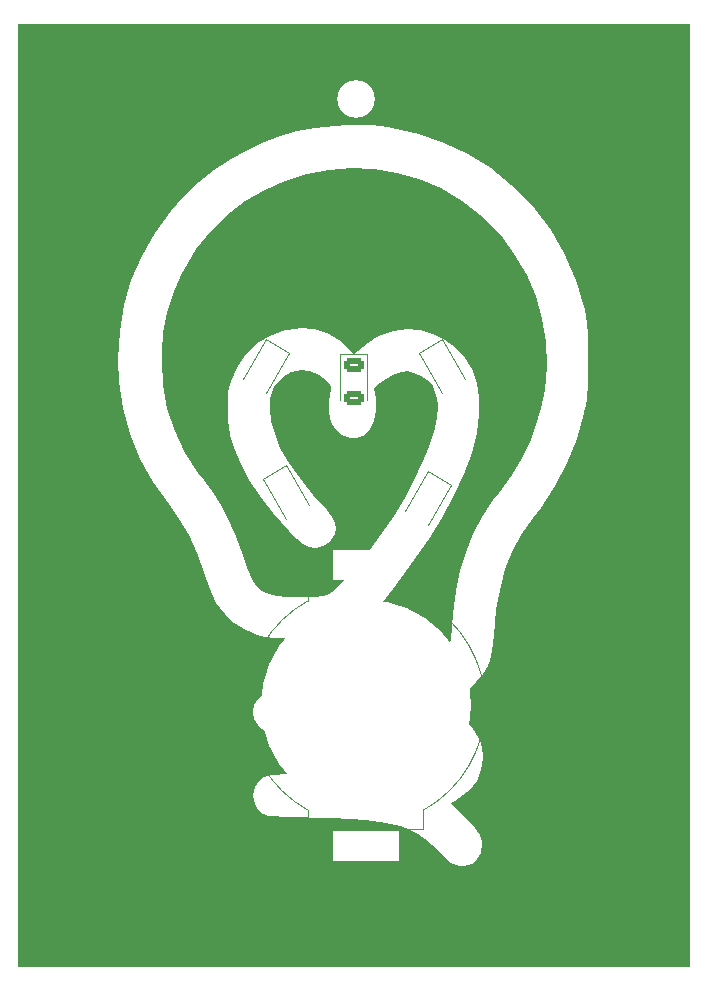
<source format=gbr>
%TF.GenerationSoftware,KiCad,Pcbnew,(6.0.8)*%
%TF.CreationDate,2022-10-01T01:52:07+02:00*%
%TF.ProjectId,ea_logobulb,65615f6c-6f67-46f6-9275-6c622e6b6963,rev?*%
%TF.SameCoordinates,Original*%
%TF.FileFunction,Legend,Bot*%
%TF.FilePolarity,Positive*%
%FSLAX46Y46*%
G04 Gerber Fmt 4.6, Leading zero omitted, Abs format (unit mm)*
G04 Created by KiCad (PCBNEW (6.0.8)) date 2022-10-01 01:52:07*
%MOMM*%
%LPD*%
G01*
G04 APERTURE LIST*
G04 Aperture macros list*
%AMRoundRect*
0 Rectangle with rounded corners*
0 $1 Rounding radius*
0 $2 $3 $4 $5 $6 $7 $8 $9 X,Y pos of 4 corners*
0 Add a 4 corners polygon primitive as box body*
4,1,4,$2,$3,$4,$5,$6,$7,$8,$9,$2,$3,0*
0 Add four circle primitives for the rounded corners*
1,1,$1+$1,$2,$3*
1,1,$1+$1,$4,$5*
1,1,$1+$1,$6,$7*
1,1,$1+$1,$8,$9*
0 Add four rect primitives between the rounded corners*
20,1,$1+$1,$2,$3,$4,$5,0*
20,1,$1+$1,$4,$5,$6,$7,0*
20,1,$1+$1,$6,$7,$8,$9,0*
20,1,$1+$1,$8,$9,$2,$3,0*%
G04 Aperture macros list end*
%ADD10C,0.300000*%
%ADD11C,0.120000*%
%ADD12R,5.560000X2.600000*%
%ADD13C,17.800000*%
%ADD14C,3.200000*%
%ADD15RoundRect,0.250000X-0.625000X0.375000X-0.625000X-0.375000X0.625000X-0.375000X0.625000X0.375000X0*%
%ADD16RoundRect,0.250000X-0.728766X0.012260X-0.353766X-0.637260X0.728766X-0.012260X0.353766X0.637260X0*%
%ADD17RoundRect,0.250000X-0.353766X0.637260X-0.728766X-0.012260X0.353766X-0.637260X0.728766X0.012260X0*%
G04 APERTURE END LIST*
D10*
%TO.C,G\u002A\u002A\u002A*%
X141042571Y-88138000D02*
X141187714Y-88065428D01*
X141405428Y-88065428D01*
X141623142Y-88138000D01*
X141768285Y-88283142D01*
X141840857Y-88428285D01*
X141913428Y-88718571D01*
X141913428Y-88936285D01*
X141840857Y-89226571D01*
X141768285Y-89371714D01*
X141623142Y-89516857D01*
X141405428Y-89589428D01*
X141260285Y-89589428D01*
X141042571Y-89516857D01*
X140970000Y-89444285D01*
X140970000Y-88936285D01*
X141260285Y-88936285D01*
X140099142Y-88065428D02*
X140099142Y-88428285D01*
X140462000Y-88283142D02*
X140099142Y-88428285D01*
X139736285Y-88283142D01*
X140316857Y-88718571D02*
X140099142Y-88428285D01*
X139881428Y-88718571D01*
X138938000Y-88065428D02*
X138938000Y-88428285D01*
X139300857Y-88283142D02*
X138938000Y-88428285D01*
X138575142Y-88283142D01*
X139155714Y-88718571D02*
X138938000Y-88428285D01*
X138720285Y-88718571D01*
X137776857Y-88065428D02*
X137776857Y-88428285D01*
X138139714Y-88283142D02*
X137776857Y-88428285D01*
X137414000Y-88283142D01*
X137994571Y-88718571D02*
X137776857Y-88428285D01*
X137559142Y-88718571D01*
D11*
%TO.C,REF\u002A\u002A*%
X145601000Y-117150000D02*
X145601000Y-115542910D01*
X135831000Y-117150000D02*
X135831000Y-115542910D01*
X135831000Y-96210000D02*
X135831000Y-97817090D01*
X143716000Y-117150000D02*
X145601000Y-117150000D01*
X137716000Y-117150000D02*
X135831000Y-117150000D01*
X145601000Y-96210000D02*
X145601000Y-97817090D01*
X137716000Y-96210000D02*
X135831000Y-96210000D01*
X143716000Y-96210000D02*
X145601000Y-96210000D01*
X135834832Y-97814979D02*
G75*
G03*
X135831000Y-115542910I4881167J-8865021D01*
G01*
X145601000Y-115542910D02*
G75*
G03*
X145601000Y-97817090I-4885000J8862910D01*
G01*
X138565000Y-80848000D02*
X138565000Y-76963000D01*
X138565000Y-76963000D02*
X140835000Y-76963000D01*
X140835000Y-76963000D02*
X140835000Y-80848000D01*
X133952439Y-86353632D02*
X135894939Y-89718141D01*
X131986561Y-87488632D02*
X133952439Y-86353632D01*
X133929061Y-90853141D02*
X131986561Y-87488632D01*
X130297061Y-79050141D02*
X132239561Y-75685632D01*
X132239561Y-75685632D02*
X134205439Y-76820632D01*
X134205439Y-76820632D02*
X132262939Y-80185141D01*
X147137061Y-80185141D02*
X145194561Y-76820632D01*
X145194561Y-76820632D02*
X147160439Y-75685632D01*
X147160439Y-75685632D02*
X149102939Y-79050141D01*
X147921439Y-87996632D02*
X145978939Y-91361141D01*
X144013061Y-90226141D02*
X145955561Y-86861632D01*
X145955561Y-86861632D02*
X147921439Y-87996632D01*
%TO.C,G\u002A\u002A\u002A*%
G36*
X111241361Y-128795288D02*
G01*
X111241361Y-77330367D01*
X119752356Y-77330367D01*
X119841246Y-79264811D01*
X120181000Y-81519821D01*
X120772174Y-83693656D01*
X121611747Y-85777605D01*
X122696697Y-87762959D01*
X124024000Y-89641007D01*
X124920588Y-90856403D01*
X125767515Y-92259722D01*
X126442477Y-93727654D01*
X126988066Y-95342121D01*
X127013229Y-95428437D01*
X127498909Y-96813201D01*
X128078894Y-97966865D01*
X128769150Y-98911519D01*
X129585646Y-99669253D01*
X130544347Y-100262157D01*
X130852545Y-100411319D01*
X131330723Y-100613253D01*
X131807903Y-100764569D01*
X132328516Y-100871379D01*
X132936997Y-100939790D01*
X133677779Y-100975913D01*
X134595297Y-100985857D01*
X135733983Y-100975733D01*
X136275726Y-100967625D01*
X137095308Y-100951961D01*
X137713133Y-100931745D01*
X138170878Y-100902624D01*
X138510217Y-100860244D01*
X138772826Y-100800250D01*
X139000380Y-100718288D01*
X139234555Y-100610004D01*
X139737157Y-100300330D01*
X140425228Y-99732677D01*
X141208519Y-98958972D01*
X142072991Y-97995733D01*
X143004601Y-96859478D01*
X143989309Y-95566729D01*
X145013073Y-94134002D01*
X146061853Y-92577818D01*
X147152906Y-90820392D01*
X148204030Y-88889836D01*
X149050811Y-87041078D01*
X149690859Y-85283555D01*
X150121781Y-83626703D01*
X150341187Y-82079961D01*
X150346685Y-80652766D01*
X150135885Y-79354555D01*
X149706393Y-78194765D01*
X149115784Y-77242782D01*
X148323878Y-76385259D01*
X147398146Y-75699978D01*
X146374615Y-75200384D01*
X145289313Y-74899919D01*
X144178266Y-74812028D01*
X143077501Y-74950153D01*
X142023045Y-75327738D01*
X141545854Y-75586998D01*
X140946036Y-75962913D01*
X140446830Y-76326173D01*
X139756395Y-76888540D01*
X139030030Y-76237405D01*
X138452108Y-75766257D01*
X137422453Y-75152086D01*
X136354843Y-74798289D01*
X135238306Y-74701822D01*
X134061868Y-74859643D01*
X133880791Y-74904411D01*
X132627937Y-75356739D01*
X131539574Y-76017145D01*
X130621129Y-76880668D01*
X129878031Y-77942347D01*
X129315707Y-79197223D01*
X129293777Y-79260999D01*
X129156091Y-79731123D01*
X129072551Y-80206480D01*
X129032292Y-80773689D01*
X129024451Y-81519372D01*
X129069990Y-82487675D01*
X129262673Y-83754377D01*
X129616958Y-85008711D01*
X130144651Y-86274286D01*
X130857557Y-87574709D01*
X131767481Y-88933591D01*
X132886228Y-90374539D01*
X134225602Y-91921163D01*
X134276820Y-91977566D01*
X134902976Y-92617669D01*
X135437741Y-93049281D01*
X135920131Y-93292566D01*
X136389164Y-93367686D01*
X136883859Y-93294802D01*
X137282415Y-93131588D01*
X137750670Y-92719142D01*
X137813751Y-92632229D01*
X138079534Y-92170760D01*
X138186683Y-91729207D01*
X138124879Y-91271005D01*
X137883799Y-90759589D01*
X137453123Y-90158394D01*
X136822531Y-89430855D01*
X136284860Y-88830425D01*
X135127281Y-87427331D01*
X134198536Y-86117938D01*
X133490699Y-84887347D01*
X132995841Y-83720656D01*
X132706034Y-82602965D01*
X132613351Y-81519372D01*
X132652767Y-80749601D01*
X132792365Y-80105224D01*
X133057261Y-79578672D01*
X133472589Y-79099149D01*
X133703867Y-78895910D01*
X134430723Y-78465192D01*
X135199434Y-78284322D01*
X135976307Y-78352189D01*
X136727650Y-78667676D01*
X137419770Y-79229671D01*
X137661354Y-79495658D01*
X137786703Y-79717263D01*
X137796289Y-79975895D01*
X137718985Y-80382822D01*
X137631980Y-80872419D01*
X137590293Y-81841960D01*
X137754401Y-82653655D01*
X138122760Y-83302123D01*
X138693828Y-83781985D01*
X138735318Y-83805947D01*
X139351602Y-84060429D01*
X139912163Y-84073618D01*
X140465875Y-83847316D01*
X140545916Y-83796302D01*
X141097915Y-83275264D01*
X141452864Y-82586506D01*
X141605278Y-81745609D01*
X141549671Y-80768158D01*
X141399301Y-79798996D01*
X141912739Y-79363003D01*
X142409631Y-79018086D01*
X143052042Y-78699744D01*
X143705419Y-78477677D01*
X144266836Y-78394241D01*
X144312855Y-78395278D01*
X144839636Y-78507406D01*
X145418234Y-78765349D01*
X145944471Y-79113110D01*
X146314168Y-79494693D01*
X146411967Y-79663894D01*
X146607417Y-80134014D01*
X146744619Y-80636266D01*
X146806917Y-81333204D01*
X146723520Y-82358000D01*
X146471348Y-83523547D01*
X146063002Y-84805343D01*
X145511085Y-86178887D01*
X144828197Y-87619678D01*
X144026941Y-89103214D01*
X143119917Y-90604993D01*
X142119728Y-92100515D01*
X141038974Y-93565277D01*
X139890258Y-94974779D01*
X138686181Y-96304518D01*
X138682067Y-96308812D01*
X138233434Y-96757249D01*
X137836516Y-97086294D01*
X137438512Y-97312264D01*
X136986619Y-97451476D01*
X136428035Y-97520247D01*
X135709956Y-97534893D01*
X134779581Y-97511733D01*
X134140233Y-97482638D01*
X133216496Y-97393767D01*
X132490717Y-97229456D01*
X131921960Y-96958667D01*
X131469287Y-96550363D01*
X131091765Y-95973507D01*
X130748455Y-95197062D01*
X130398424Y-94189990D01*
X130185172Y-93549798D01*
X129655001Y-92126510D01*
X129086278Y-90862263D01*
X128439134Y-89681403D01*
X127673699Y-88508276D01*
X126750102Y-87267230D01*
X126528456Y-86977155D01*
X125415376Y-85272892D01*
X124549182Y-83470390D01*
X123929530Y-81568639D01*
X123556080Y-79566629D01*
X123428489Y-77463351D01*
X123435181Y-76859132D01*
X123564804Y-75086004D01*
X123871700Y-73434447D01*
X124372103Y-71833269D01*
X125082246Y-70211280D01*
X125305921Y-69776092D01*
X126366187Y-68053210D01*
X127603548Y-66509610D01*
X128997597Y-65150685D01*
X130527926Y-63981827D01*
X132174130Y-63008431D01*
X133915799Y-62235889D01*
X135732529Y-61669594D01*
X137603910Y-61314939D01*
X139509537Y-61177317D01*
X141429002Y-61262122D01*
X143341899Y-61574746D01*
X145227820Y-62120583D01*
X147066357Y-62905026D01*
X148837105Y-63933467D01*
X149200639Y-64182099D01*
X150767180Y-65430230D01*
X152132646Y-66838069D01*
X153315154Y-68426325D01*
X154332821Y-70215707D01*
X155108300Y-72011030D01*
X155684878Y-73946049D01*
X156000779Y-75909336D01*
X156058715Y-77918226D01*
X155861396Y-79990053D01*
X155573338Y-81509321D01*
X155168865Y-82963898D01*
X154632819Y-84353193D01*
X153942014Y-85729250D01*
X153073263Y-87144116D01*
X152003379Y-88649834D01*
X151519831Y-89314862D01*
X150602302Y-90734060D01*
X149840272Y-92171718D01*
X149220705Y-93667174D01*
X148730566Y-95259767D01*
X148356819Y-96988836D01*
X148086428Y-98893720D01*
X147906357Y-101013757D01*
X147845324Y-101475026D01*
X147621213Y-102064952D01*
X147206019Y-102573540D01*
X146563146Y-103056442D01*
X146374302Y-103172510D01*
X145160354Y-103773841D01*
X143702347Y-104280284D01*
X142004344Y-104690998D01*
X140070408Y-105005144D01*
X137904604Y-105221882D01*
X135510995Y-105340372D01*
X135104193Y-105352030D01*
X134222207Y-105382488D01*
X133551171Y-105416563D01*
X133051434Y-105458146D01*
X132683341Y-105511128D01*
X132407242Y-105579398D01*
X132183482Y-105666849D01*
X132120220Y-105697819D01*
X131606417Y-106093000D01*
X131284585Y-106617516D01*
X131167523Y-107212092D01*
X131268028Y-107817459D01*
X131598898Y-108374342D01*
X131680061Y-108460309D01*
X132084594Y-108779970D01*
X132496542Y-108976657D01*
X132550455Y-108988572D01*
X132894754Y-109028005D01*
X133443829Y-109062151D01*
X134150055Y-109089065D01*
X134965806Y-109106801D01*
X135843455Y-109113412D01*
X137703894Y-109132887D01*
X139696114Y-109203464D01*
X141458760Y-109324830D01*
X142986439Y-109496208D01*
X144273758Y-109716823D01*
X145315321Y-109985900D01*
X146105735Y-110302661D01*
X146639607Y-110666332D01*
X146868410Y-110911131D01*
X146988362Y-111177834D01*
X146865642Y-111401697D01*
X146492275Y-111635174D01*
X146456212Y-111653370D01*
X146107773Y-111807928D01*
X145715500Y-111939123D01*
X145254714Y-112049257D01*
X144700735Y-112140633D01*
X144028882Y-112215553D01*
X143214474Y-112276319D01*
X142232832Y-112325233D01*
X141059275Y-112364599D01*
X139669123Y-112396719D01*
X138037696Y-112423894D01*
X137617636Y-112430021D01*
X136314871Y-112450079D01*
X135245370Y-112469167D01*
X134383729Y-112488690D01*
X133704540Y-112510051D01*
X133182398Y-112534656D01*
X132791897Y-112563907D01*
X132507631Y-112599209D01*
X132304194Y-112641965D01*
X132156179Y-112693581D01*
X132038182Y-112755460D01*
X131652173Y-113063449D01*
X131306329Y-113616272D01*
X131189005Y-114300000D01*
X131250275Y-114805647D01*
X131533322Y-115396554D01*
X132038182Y-115844407D01*
X132103135Y-115881066D01*
X132257486Y-115946264D01*
X132463982Y-115998985D01*
X132753165Y-116041540D01*
X133155577Y-116076242D01*
X133701762Y-116105402D01*
X134422262Y-116131332D01*
X135347619Y-116156343D01*
X136508377Y-116182748D01*
X137866466Y-116218707D01*
X139419294Y-116284219D01*
X140755495Y-116377920D01*
X141902733Y-116507403D01*
X142888678Y-116680264D01*
X143740994Y-116904097D01*
X144487349Y-117186498D01*
X145155409Y-117535061D01*
X145772840Y-117957382D01*
X146367311Y-118461056D01*
X146966486Y-119053676D01*
X147258755Y-119358125D01*
X147646877Y-119746575D01*
X147934179Y-119994631D01*
X148171072Y-120136983D01*
X148407969Y-120208323D01*
X148695281Y-120243341D01*
X149063473Y-120243780D01*
X149690797Y-120070929D01*
X150177653Y-119693632D01*
X150492728Y-119141401D01*
X150604712Y-118443747D01*
X150581221Y-118232197D01*
X150373885Y-117685891D01*
X149971629Y-117053240D01*
X149397810Y-116367907D01*
X148675781Y-115663554D01*
X148575392Y-115573270D01*
X148239972Y-115257683D01*
X148018271Y-115026373D01*
X147954043Y-114924161D01*
X148022374Y-114880490D01*
X148270546Y-114733124D01*
X148624954Y-114528227D01*
X148733699Y-114463962D01*
X149542398Y-113824790D01*
X150141715Y-113032811D01*
X150516422Y-112113832D01*
X150651294Y-111093664D01*
X150649602Y-110829516D01*
X150603383Y-110338955D01*
X150473083Y-109884555D01*
X150227553Y-109337204D01*
X149677411Y-108463072D01*
X148937881Y-107736549D01*
X147987353Y-107148422D01*
X147298266Y-106806381D01*
X148120337Y-106330939D01*
X148595736Y-106025089D01*
X149357900Y-105418339D01*
X150065864Y-104723928D01*
X150656347Y-104006325D01*
X151066066Y-103329996D01*
X151094358Y-103269223D01*
X151247607Y-102901263D01*
X151358397Y-102529574D01*
X151439240Y-102088623D01*
X151502646Y-101512876D01*
X151561126Y-100736803D01*
X151632324Y-99809988D01*
X151777361Y-98486550D01*
X151970683Y-97312361D01*
X152224859Y-96216284D01*
X152552463Y-95127179D01*
X153100324Y-93711709D01*
X153888440Y-92223478D01*
X154880810Y-90825283D01*
X155540496Y-89967944D01*
X156763989Y-88118728D01*
X157766558Y-86190393D01*
X158570404Y-84137104D01*
X159197728Y-81913029D01*
X159218208Y-81825638D01*
X159340737Y-81280033D01*
X159431396Y-80805297D01*
X159495035Y-80345292D01*
X159536503Y-79843881D01*
X159560649Y-79244928D01*
X159572324Y-78492294D01*
X159576376Y-77529843D01*
X159576521Y-77398152D01*
X159567286Y-76230935D01*
X159532270Y-75259578D01*
X159462327Y-74420844D01*
X159348311Y-73651496D01*
X159181075Y-72888299D01*
X158951475Y-72068016D01*
X158650363Y-71127411D01*
X158427969Y-70493374D01*
X157520049Y-68408481D01*
X156384790Y-66458847D01*
X155018534Y-64638747D01*
X153417620Y-62942458D01*
X153047598Y-62599640D01*
X151299339Y-61199154D01*
X149393887Y-60003720D01*
X147353616Y-59024427D01*
X145200901Y-58272364D01*
X142958115Y-57758620D01*
X142572450Y-57694947D01*
X141952504Y-57608858D01*
X141362664Y-57555781D01*
X140729059Y-57531912D01*
X139977820Y-57533446D01*
X139035078Y-57556579D01*
X138090365Y-57599343D01*
X136439352Y-57759243D01*
X134921074Y-58038744D01*
X133458376Y-58457824D01*
X131974103Y-59036459D01*
X130391099Y-59794624D01*
X129296730Y-60399529D01*
X127894794Y-61324711D01*
X126573132Y-62394260D01*
X125257119Y-63664427D01*
X124234845Y-64805120D01*
X122877135Y-66637694D01*
X121759855Y-68581741D01*
X120885873Y-70630145D01*
X120258051Y-72775793D01*
X119879257Y-75011572D01*
X119752356Y-77330367D01*
X111241361Y-77330367D01*
X111241361Y-49004713D01*
X168158638Y-49004713D01*
X168158638Y-128795288D01*
X111241361Y-128795288D01*
G37*
%TD*%
%LPC*%
D12*
%TO.C,REF\u002A\u002A*%
X140716000Y-118585000D03*
X140716000Y-94775000D03*
D13*
X140716000Y-106680000D03*
%TD*%
D14*
%TO.C,REF\u002A\u002A*%
X139877800Y-55346600D03*
%TD*%
D15*
%TO.C,REF\u002A\u002A*%
X139700000Y-80648000D03*
X139700000Y-77848000D03*
%TD*%
D16*
%TO.C,REF\u002A\u002A*%
X133412000Y-87687564D03*
X134812000Y-90112436D03*
%TD*%
D17*
%TO.C,REF\u002A\u002A*%
X131380000Y-79444436D03*
X132780000Y-77019564D03*
%TD*%
D16*
%TO.C,REF\u002A\u002A*%
X148020000Y-79444436D03*
X146620000Y-77019564D03*
%TD*%
D17*
%TO.C,REF\u002A\u002A*%
X145096000Y-90620436D03*
X146496000Y-88195564D03*
%TD*%
M02*

</source>
